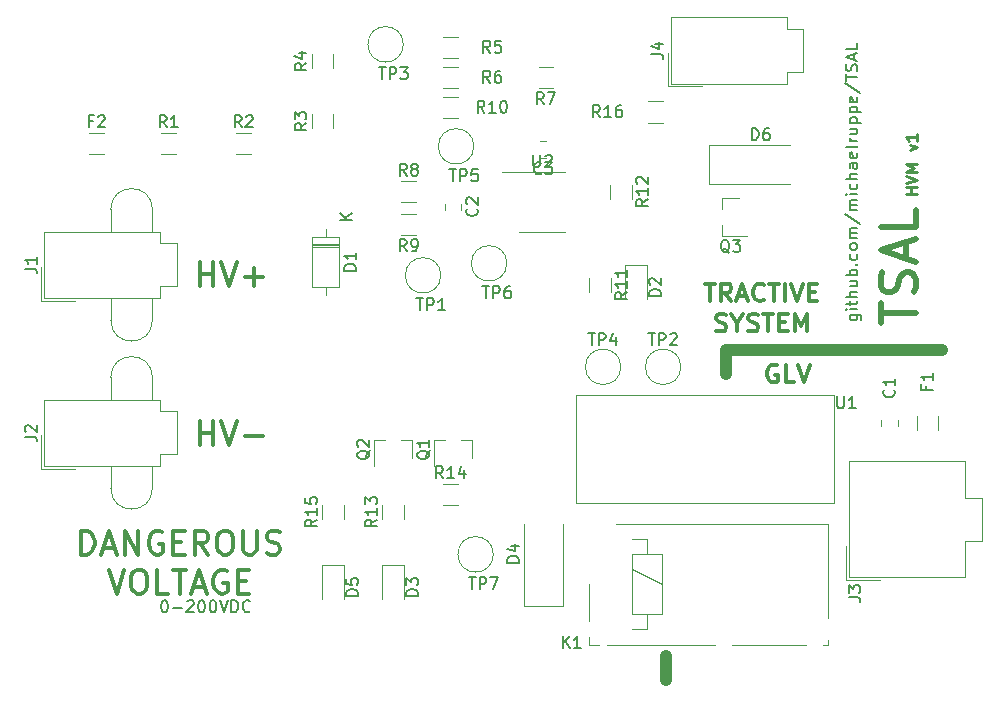
<source format=gto>
G04 #@! TF.GenerationSoftware,KiCad,Pcbnew,(5.1.2)-2*
G04 #@! TF.CreationDate,2019-08-12T14:05:45+10:00*
G04 #@! TF.ProjectId,TSAL-HVM,5453414c-2d48-4564-9d2e-6b696361645f,rev?*
G04 #@! TF.SameCoordinates,Original*
G04 #@! TF.FileFunction,Legend,Top*
G04 #@! TF.FilePolarity,Positive*
%FSLAX46Y46*%
G04 Gerber Fmt 4.6, Leading zero omitted, Abs format (unit mm)*
G04 Created by KiCad (PCBNEW (5.1.2)-2) date 2019-08-12 14:05:45*
%MOMM*%
%LPD*%
G04 APERTURE LIST*
%ADD10C,0.300000*%
%ADD11C,1.000000*%
%ADD12C,0.250000*%
%ADD13C,0.150000*%
%ADD14C,0.500000*%
%ADD15C,0.120000*%
G04 APERTURE END LIST*
D10*
X105160571Y-64705571D02*
X106017714Y-64705571D01*
X105589142Y-66205571D02*
X105589142Y-64705571D01*
X107374857Y-66205571D02*
X106874857Y-65491285D01*
X106517714Y-66205571D02*
X106517714Y-64705571D01*
X107089142Y-64705571D01*
X107232000Y-64777000D01*
X107303428Y-64848428D01*
X107374857Y-64991285D01*
X107374857Y-65205571D01*
X107303428Y-65348428D01*
X107232000Y-65419857D01*
X107089142Y-65491285D01*
X106517714Y-65491285D01*
X107946285Y-65777000D02*
X108660571Y-65777000D01*
X107803428Y-66205571D02*
X108303428Y-64705571D01*
X108803428Y-66205571D01*
X110160571Y-66062714D02*
X110089142Y-66134142D01*
X109874857Y-66205571D01*
X109732000Y-66205571D01*
X109517714Y-66134142D01*
X109374857Y-65991285D01*
X109303428Y-65848428D01*
X109232000Y-65562714D01*
X109232000Y-65348428D01*
X109303428Y-65062714D01*
X109374857Y-64919857D01*
X109517714Y-64777000D01*
X109732000Y-64705571D01*
X109874857Y-64705571D01*
X110089142Y-64777000D01*
X110160571Y-64848428D01*
X110589142Y-64705571D02*
X111446285Y-64705571D01*
X111017714Y-66205571D02*
X111017714Y-64705571D01*
X111946285Y-66205571D02*
X111946285Y-64705571D01*
X112446285Y-64705571D02*
X112946285Y-66205571D01*
X113446285Y-64705571D01*
X113946285Y-65419857D02*
X114446285Y-65419857D01*
X114660571Y-66205571D02*
X113946285Y-66205571D01*
X113946285Y-64705571D01*
X114660571Y-64705571D01*
X106089142Y-68684142D02*
X106303428Y-68755571D01*
X106660571Y-68755571D01*
X106803428Y-68684142D01*
X106874857Y-68612714D01*
X106946285Y-68469857D01*
X106946285Y-68327000D01*
X106874857Y-68184142D01*
X106803428Y-68112714D01*
X106660571Y-68041285D01*
X106374857Y-67969857D01*
X106232000Y-67898428D01*
X106160571Y-67827000D01*
X106089142Y-67684142D01*
X106089142Y-67541285D01*
X106160571Y-67398428D01*
X106232000Y-67327000D01*
X106374857Y-67255571D01*
X106732000Y-67255571D01*
X106946285Y-67327000D01*
X107874857Y-68041285D02*
X107874857Y-68755571D01*
X107374857Y-67255571D02*
X107874857Y-68041285D01*
X108374857Y-67255571D01*
X108803428Y-68684142D02*
X109017714Y-68755571D01*
X109374857Y-68755571D01*
X109517714Y-68684142D01*
X109589142Y-68612714D01*
X109660571Y-68469857D01*
X109660571Y-68327000D01*
X109589142Y-68184142D01*
X109517714Y-68112714D01*
X109374857Y-68041285D01*
X109089142Y-67969857D01*
X108946285Y-67898428D01*
X108874857Y-67827000D01*
X108803428Y-67684142D01*
X108803428Y-67541285D01*
X108874857Y-67398428D01*
X108946285Y-67327000D01*
X109089142Y-67255571D01*
X109446285Y-67255571D01*
X109660571Y-67327000D01*
X110089142Y-67255571D02*
X110946285Y-67255571D01*
X110517714Y-68755571D02*
X110517714Y-67255571D01*
X111446285Y-67969857D02*
X111946285Y-67969857D01*
X112160571Y-68755571D02*
X111446285Y-68755571D01*
X111446285Y-67255571D01*
X112160571Y-67255571D01*
X112803428Y-68755571D02*
X112803428Y-67255571D01*
X113303428Y-68327000D01*
X113803428Y-67255571D01*
X113803428Y-68755571D01*
X111283857Y-71640000D02*
X111141000Y-71568571D01*
X110926714Y-71568571D01*
X110712428Y-71640000D01*
X110569571Y-71782857D01*
X110498142Y-71925714D01*
X110426714Y-72211428D01*
X110426714Y-72425714D01*
X110498142Y-72711428D01*
X110569571Y-72854285D01*
X110712428Y-72997142D01*
X110926714Y-73068571D01*
X111069571Y-73068571D01*
X111283857Y-72997142D01*
X111355285Y-72925714D01*
X111355285Y-72425714D01*
X111069571Y-72425714D01*
X112712428Y-73068571D02*
X111998142Y-73068571D01*
X111998142Y-71568571D01*
X112998142Y-71568571D02*
X113498142Y-73068571D01*
X113998142Y-71568571D01*
D11*
X101854000Y-96266000D02*
X101854000Y-98298000D01*
X106934000Y-70358000D02*
X125222000Y-70358000D01*
X106934000Y-72390000D02*
X106934000Y-70358000D01*
D12*
X123134380Y-57133809D02*
X122134380Y-57133809D01*
X122610571Y-57133809D02*
X122610571Y-56562380D01*
X123134380Y-56562380D02*
X122134380Y-56562380D01*
X122134380Y-56229047D02*
X123134380Y-55895714D01*
X122134380Y-55562380D01*
X123134380Y-55229047D02*
X122134380Y-55229047D01*
X122848666Y-54895714D01*
X122134380Y-54562380D01*
X123134380Y-54562380D01*
X122467714Y-53419523D02*
X123134380Y-53181428D01*
X122467714Y-52943333D01*
X123134380Y-52038571D02*
X123134380Y-52610000D01*
X123134380Y-52324285D02*
X122134380Y-52324285D01*
X122277238Y-52419523D01*
X122372476Y-52514761D01*
X122420095Y-52610000D01*
D10*
X52325047Y-87646761D02*
X52325047Y-85646761D01*
X52801238Y-85646761D01*
X53086952Y-85742000D01*
X53277428Y-85932476D01*
X53372666Y-86122952D01*
X53467904Y-86503904D01*
X53467904Y-86789619D01*
X53372666Y-87170571D01*
X53277428Y-87361047D01*
X53086952Y-87551523D01*
X52801238Y-87646761D01*
X52325047Y-87646761D01*
X54229809Y-87075333D02*
X55182190Y-87075333D01*
X54039333Y-87646761D02*
X54706000Y-85646761D01*
X55372666Y-87646761D01*
X56039333Y-87646761D02*
X56039333Y-85646761D01*
X57182190Y-87646761D01*
X57182190Y-85646761D01*
X59182190Y-85742000D02*
X58991714Y-85646761D01*
X58706000Y-85646761D01*
X58420285Y-85742000D01*
X58229809Y-85932476D01*
X58134571Y-86122952D01*
X58039333Y-86503904D01*
X58039333Y-86789619D01*
X58134571Y-87170571D01*
X58229809Y-87361047D01*
X58420285Y-87551523D01*
X58706000Y-87646761D01*
X58896476Y-87646761D01*
X59182190Y-87551523D01*
X59277428Y-87456285D01*
X59277428Y-86789619D01*
X58896476Y-86789619D01*
X60134571Y-86599142D02*
X60801238Y-86599142D01*
X61086952Y-87646761D02*
X60134571Y-87646761D01*
X60134571Y-85646761D01*
X61086952Y-85646761D01*
X63086952Y-87646761D02*
X62420285Y-86694380D01*
X61944095Y-87646761D02*
X61944095Y-85646761D01*
X62706000Y-85646761D01*
X62896476Y-85742000D01*
X62991714Y-85837238D01*
X63086952Y-86027714D01*
X63086952Y-86313428D01*
X62991714Y-86503904D01*
X62896476Y-86599142D01*
X62706000Y-86694380D01*
X61944095Y-86694380D01*
X64325047Y-85646761D02*
X64706000Y-85646761D01*
X64896476Y-85742000D01*
X65086952Y-85932476D01*
X65182190Y-86313428D01*
X65182190Y-86980095D01*
X65086952Y-87361047D01*
X64896476Y-87551523D01*
X64706000Y-87646761D01*
X64325047Y-87646761D01*
X64134571Y-87551523D01*
X63944095Y-87361047D01*
X63848857Y-86980095D01*
X63848857Y-86313428D01*
X63944095Y-85932476D01*
X64134571Y-85742000D01*
X64325047Y-85646761D01*
X66039333Y-85646761D02*
X66039333Y-87265809D01*
X66134571Y-87456285D01*
X66229809Y-87551523D01*
X66420285Y-87646761D01*
X66801238Y-87646761D01*
X66991714Y-87551523D01*
X67086952Y-87456285D01*
X67182190Y-87265809D01*
X67182190Y-85646761D01*
X68039333Y-87551523D02*
X68325047Y-87646761D01*
X68801238Y-87646761D01*
X68991714Y-87551523D01*
X69086952Y-87456285D01*
X69182190Y-87265809D01*
X69182190Y-87075333D01*
X69086952Y-86884857D01*
X68991714Y-86789619D01*
X68801238Y-86694380D01*
X68420285Y-86599142D01*
X68229809Y-86503904D01*
X68134571Y-86408666D01*
X68039333Y-86218190D01*
X68039333Y-86027714D01*
X68134571Y-85837238D01*
X68229809Y-85742000D01*
X68420285Y-85646761D01*
X68896476Y-85646761D01*
X69182190Y-85742000D01*
X54658380Y-88946761D02*
X55325047Y-90946761D01*
X55991714Y-88946761D01*
X57039333Y-88946761D02*
X57420285Y-88946761D01*
X57610761Y-89042000D01*
X57801238Y-89232476D01*
X57896476Y-89613428D01*
X57896476Y-90280095D01*
X57801238Y-90661047D01*
X57610761Y-90851523D01*
X57420285Y-90946761D01*
X57039333Y-90946761D01*
X56848857Y-90851523D01*
X56658380Y-90661047D01*
X56563142Y-90280095D01*
X56563142Y-89613428D01*
X56658380Y-89232476D01*
X56848857Y-89042000D01*
X57039333Y-88946761D01*
X59706000Y-90946761D02*
X58753619Y-90946761D01*
X58753619Y-88946761D01*
X60086952Y-88946761D02*
X61229809Y-88946761D01*
X60658380Y-90946761D02*
X60658380Y-88946761D01*
X61801238Y-90375333D02*
X62753619Y-90375333D01*
X61610761Y-90946761D02*
X62277428Y-88946761D01*
X62944095Y-90946761D01*
X64658380Y-89042000D02*
X64467904Y-88946761D01*
X64182190Y-88946761D01*
X63896476Y-89042000D01*
X63706000Y-89232476D01*
X63610761Y-89422952D01*
X63515523Y-89803904D01*
X63515523Y-90089619D01*
X63610761Y-90470571D01*
X63706000Y-90661047D01*
X63896476Y-90851523D01*
X64182190Y-90946761D01*
X64372666Y-90946761D01*
X64658380Y-90851523D01*
X64753619Y-90756285D01*
X64753619Y-90089619D01*
X64372666Y-90089619D01*
X65610761Y-89899142D02*
X66277428Y-89899142D01*
X66563142Y-90946761D02*
X65610761Y-90946761D01*
X65610761Y-88946761D01*
X66563142Y-88946761D01*
D13*
X117387714Y-67348285D02*
X118197238Y-67348285D01*
X118292476Y-67395904D01*
X118340095Y-67443523D01*
X118387714Y-67538761D01*
X118387714Y-67681619D01*
X118340095Y-67776857D01*
X118006761Y-67348285D02*
X118054380Y-67443523D01*
X118054380Y-67634000D01*
X118006761Y-67729238D01*
X117959142Y-67776857D01*
X117863904Y-67824476D01*
X117578190Y-67824476D01*
X117482952Y-67776857D01*
X117435333Y-67729238D01*
X117387714Y-67634000D01*
X117387714Y-67443523D01*
X117435333Y-67348285D01*
X118054380Y-66872095D02*
X117387714Y-66872095D01*
X117054380Y-66872095D02*
X117102000Y-66919714D01*
X117149619Y-66872095D01*
X117102000Y-66824476D01*
X117054380Y-66872095D01*
X117149619Y-66872095D01*
X117387714Y-66538761D02*
X117387714Y-66157809D01*
X117054380Y-66395904D02*
X117911523Y-66395904D01*
X118006761Y-66348285D01*
X118054380Y-66253047D01*
X118054380Y-66157809D01*
X118054380Y-65824476D02*
X117054380Y-65824476D01*
X118054380Y-65395904D02*
X117530571Y-65395904D01*
X117435333Y-65443523D01*
X117387714Y-65538761D01*
X117387714Y-65681619D01*
X117435333Y-65776857D01*
X117482952Y-65824476D01*
X117387714Y-64491142D02*
X118054380Y-64491142D01*
X117387714Y-64919714D02*
X117911523Y-64919714D01*
X118006761Y-64872095D01*
X118054380Y-64776857D01*
X118054380Y-64634000D01*
X118006761Y-64538761D01*
X117959142Y-64491142D01*
X118054380Y-64014952D02*
X117054380Y-64014952D01*
X117435333Y-64014952D02*
X117387714Y-63919714D01*
X117387714Y-63729238D01*
X117435333Y-63634000D01*
X117482952Y-63586380D01*
X117578190Y-63538761D01*
X117863904Y-63538761D01*
X117959142Y-63586380D01*
X118006761Y-63634000D01*
X118054380Y-63729238D01*
X118054380Y-63919714D01*
X118006761Y-64014952D01*
X117959142Y-63110190D02*
X118006761Y-63062571D01*
X118054380Y-63110190D01*
X118006761Y-63157809D01*
X117959142Y-63110190D01*
X118054380Y-63110190D01*
X118006761Y-62205428D02*
X118054380Y-62300666D01*
X118054380Y-62491142D01*
X118006761Y-62586380D01*
X117959142Y-62634000D01*
X117863904Y-62681619D01*
X117578190Y-62681619D01*
X117482952Y-62634000D01*
X117435333Y-62586380D01*
X117387714Y-62491142D01*
X117387714Y-62300666D01*
X117435333Y-62205428D01*
X118054380Y-61634000D02*
X118006761Y-61729238D01*
X117959142Y-61776857D01*
X117863904Y-61824476D01*
X117578190Y-61824476D01*
X117482952Y-61776857D01*
X117435333Y-61729238D01*
X117387714Y-61634000D01*
X117387714Y-61491142D01*
X117435333Y-61395904D01*
X117482952Y-61348285D01*
X117578190Y-61300666D01*
X117863904Y-61300666D01*
X117959142Y-61348285D01*
X118006761Y-61395904D01*
X118054380Y-61491142D01*
X118054380Y-61634000D01*
X118054380Y-60872095D02*
X117387714Y-60872095D01*
X117482952Y-60872095D02*
X117435333Y-60824476D01*
X117387714Y-60729238D01*
X117387714Y-60586380D01*
X117435333Y-60491142D01*
X117530571Y-60443523D01*
X118054380Y-60443523D01*
X117530571Y-60443523D02*
X117435333Y-60395904D01*
X117387714Y-60300666D01*
X117387714Y-60157809D01*
X117435333Y-60062571D01*
X117530571Y-60014952D01*
X118054380Y-60014952D01*
X117006761Y-58824476D02*
X118292476Y-59681619D01*
X118054380Y-58491142D02*
X117387714Y-58491142D01*
X117482952Y-58491142D02*
X117435333Y-58443523D01*
X117387714Y-58348285D01*
X117387714Y-58205428D01*
X117435333Y-58110190D01*
X117530571Y-58062571D01*
X118054380Y-58062571D01*
X117530571Y-58062571D02*
X117435333Y-58014952D01*
X117387714Y-57919714D01*
X117387714Y-57776857D01*
X117435333Y-57681619D01*
X117530571Y-57634000D01*
X118054380Y-57634000D01*
X118054380Y-57157809D02*
X117387714Y-57157809D01*
X117054380Y-57157809D02*
X117102000Y-57205428D01*
X117149619Y-57157809D01*
X117102000Y-57110190D01*
X117054380Y-57157809D01*
X117149619Y-57157809D01*
X118006761Y-56253047D02*
X118054380Y-56348285D01*
X118054380Y-56538761D01*
X118006761Y-56634000D01*
X117959142Y-56681619D01*
X117863904Y-56729238D01*
X117578190Y-56729238D01*
X117482952Y-56681619D01*
X117435333Y-56634000D01*
X117387714Y-56538761D01*
X117387714Y-56348285D01*
X117435333Y-56253047D01*
X118054380Y-55824476D02*
X117054380Y-55824476D01*
X118054380Y-55395904D02*
X117530571Y-55395904D01*
X117435333Y-55443523D01*
X117387714Y-55538761D01*
X117387714Y-55681619D01*
X117435333Y-55776857D01*
X117482952Y-55824476D01*
X118054380Y-54491142D02*
X117530571Y-54491142D01*
X117435333Y-54538761D01*
X117387714Y-54634000D01*
X117387714Y-54824476D01*
X117435333Y-54919714D01*
X118006761Y-54491142D02*
X118054380Y-54586380D01*
X118054380Y-54824476D01*
X118006761Y-54919714D01*
X117911523Y-54967333D01*
X117816285Y-54967333D01*
X117721047Y-54919714D01*
X117673428Y-54824476D01*
X117673428Y-54586380D01*
X117625809Y-54491142D01*
X118006761Y-53634000D02*
X118054380Y-53729238D01*
X118054380Y-53919714D01*
X118006761Y-54014952D01*
X117911523Y-54062571D01*
X117530571Y-54062571D01*
X117435333Y-54014952D01*
X117387714Y-53919714D01*
X117387714Y-53729238D01*
X117435333Y-53634000D01*
X117530571Y-53586380D01*
X117625809Y-53586380D01*
X117721047Y-54062571D01*
X118054380Y-53014952D02*
X118006761Y-53110190D01*
X117911523Y-53157809D01*
X117054380Y-53157809D01*
X118054380Y-52634000D02*
X117387714Y-52634000D01*
X117578190Y-52634000D02*
X117482952Y-52586380D01*
X117435333Y-52538761D01*
X117387714Y-52443523D01*
X117387714Y-52348285D01*
X117387714Y-51586380D02*
X118054380Y-51586380D01*
X117387714Y-52014952D02*
X117911523Y-52014952D01*
X118006761Y-51967333D01*
X118054380Y-51872095D01*
X118054380Y-51729238D01*
X118006761Y-51634000D01*
X117959142Y-51586380D01*
X117387714Y-51110190D02*
X118387714Y-51110190D01*
X117435333Y-51110190D02*
X117387714Y-51014952D01*
X117387714Y-50824476D01*
X117435333Y-50729238D01*
X117482952Y-50681619D01*
X117578190Y-50634000D01*
X117863904Y-50634000D01*
X117959142Y-50681619D01*
X118006761Y-50729238D01*
X118054380Y-50824476D01*
X118054380Y-51014952D01*
X118006761Y-51110190D01*
X117387714Y-50205428D02*
X118387714Y-50205428D01*
X117435333Y-50205428D02*
X117387714Y-50110190D01*
X117387714Y-49919714D01*
X117435333Y-49824476D01*
X117482952Y-49776857D01*
X117578190Y-49729238D01*
X117863904Y-49729238D01*
X117959142Y-49776857D01*
X118006761Y-49824476D01*
X118054380Y-49919714D01*
X118054380Y-50110190D01*
X118006761Y-50205428D01*
X118006761Y-48919714D02*
X118054380Y-49014952D01*
X118054380Y-49205428D01*
X118006761Y-49300666D01*
X117911523Y-49348285D01*
X117530571Y-49348285D01*
X117435333Y-49300666D01*
X117387714Y-49205428D01*
X117387714Y-49014952D01*
X117435333Y-48919714D01*
X117530571Y-48872095D01*
X117625809Y-48872095D01*
X117721047Y-49348285D01*
X117006761Y-47729238D02*
X118292476Y-48586380D01*
X117054380Y-47538761D02*
X117054380Y-46967333D01*
X118054380Y-47253047D02*
X117054380Y-47253047D01*
X118006761Y-46681619D02*
X118054380Y-46538761D01*
X118054380Y-46300666D01*
X118006761Y-46205428D01*
X117959142Y-46157809D01*
X117863904Y-46110190D01*
X117768666Y-46110190D01*
X117673428Y-46157809D01*
X117625809Y-46205428D01*
X117578190Y-46300666D01*
X117530571Y-46491142D01*
X117482952Y-46586380D01*
X117435333Y-46634000D01*
X117340095Y-46681619D01*
X117244857Y-46681619D01*
X117149619Y-46634000D01*
X117102000Y-46586380D01*
X117054380Y-46491142D01*
X117054380Y-46253047D01*
X117102000Y-46110190D01*
X117768666Y-45729238D02*
X117768666Y-45253047D01*
X118054380Y-45824476D02*
X117054380Y-45491142D01*
X118054380Y-45157809D01*
X118054380Y-44348285D02*
X118054380Y-44824476D01*
X117054380Y-44824476D01*
D14*
X120023142Y-68031714D02*
X120023142Y-66317428D01*
X123023142Y-67174571D02*
X120023142Y-67174571D01*
X122880285Y-65460285D02*
X123023142Y-65031714D01*
X123023142Y-64317428D01*
X122880285Y-64031714D01*
X122737428Y-63888857D01*
X122451714Y-63746000D01*
X122166000Y-63746000D01*
X121880285Y-63888857D01*
X121737428Y-64031714D01*
X121594571Y-64317428D01*
X121451714Y-64888857D01*
X121308857Y-65174571D01*
X121166000Y-65317428D01*
X120880285Y-65460285D01*
X120594571Y-65460285D01*
X120308857Y-65317428D01*
X120166000Y-65174571D01*
X120023142Y-64888857D01*
X120023142Y-64174571D01*
X120166000Y-63746000D01*
X122166000Y-62603142D02*
X122166000Y-61174571D01*
X123023142Y-62888857D02*
X120023142Y-61888857D01*
X123023142Y-60888857D01*
X123023142Y-58460285D02*
X123023142Y-59888857D01*
X120023142Y-59888857D01*
D13*
X59341190Y-91527380D02*
X59436428Y-91527380D01*
X59531666Y-91575000D01*
X59579285Y-91622619D01*
X59626904Y-91717857D01*
X59674523Y-91908333D01*
X59674523Y-92146428D01*
X59626904Y-92336904D01*
X59579285Y-92432142D01*
X59531666Y-92479761D01*
X59436428Y-92527380D01*
X59341190Y-92527380D01*
X59245952Y-92479761D01*
X59198333Y-92432142D01*
X59150714Y-92336904D01*
X59103095Y-92146428D01*
X59103095Y-91908333D01*
X59150714Y-91717857D01*
X59198333Y-91622619D01*
X59245952Y-91575000D01*
X59341190Y-91527380D01*
X60103095Y-92146428D02*
X60865000Y-92146428D01*
X61293571Y-91622619D02*
X61341190Y-91575000D01*
X61436428Y-91527380D01*
X61674523Y-91527380D01*
X61769761Y-91575000D01*
X61817380Y-91622619D01*
X61865000Y-91717857D01*
X61865000Y-91813095D01*
X61817380Y-91955952D01*
X61245952Y-92527380D01*
X61865000Y-92527380D01*
X62484047Y-91527380D02*
X62579285Y-91527380D01*
X62674523Y-91575000D01*
X62722142Y-91622619D01*
X62769761Y-91717857D01*
X62817380Y-91908333D01*
X62817380Y-92146428D01*
X62769761Y-92336904D01*
X62722142Y-92432142D01*
X62674523Y-92479761D01*
X62579285Y-92527380D01*
X62484047Y-92527380D01*
X62388809Y-92479761D01*
X62341190Y-92432142D01*
X62293571Y-92336904D01*
X62245952Y-92146428D01*
X62245952Y-91908333D01*
X62293571Y-91717857D01*
X62341190Y-91622619D01*
X62388809Y-91575000D01*
X62484047Y-91527380D01*
X63436428Y-91527380D02*
X63531666Y-91527380D01*
X63626904Y-91575000D01*
X63674523Y-91622619D01*
X63722142Y-91717857D01*
X63769761Y-91908333D01*
X63769761Y-92146428D01*
X63722142Y-92336904D01*
X63674523Y-92432142D01*
X63626904Y-92479761D01*
X63531666Y-92527380D01*
X63436428Y-92527380D01*
X63341190Y-92479761D01*
X63293571Y-92432142D01*
X63245952Y-92336904D01*
X63198333Y-92146428D01*
X63198333Y-91908333D01*
X63245952Y-91717857D01*
X63293571Y-91622619D01*
X63341190Y-91575000D01*
X63436428Y-91527380D01*
X64055476Y-91527380D02*
X64388809Y-92527380D01*
X64722142Y-91527380D01*
X65055476Y-92527380D02*
X65055476Y-91527380D01*
X65293571Y-91527380D01*
X65436428Y-91575000D01*
X65531666Y-91670238D01*
X65579285Y-91765476D01*
X65626904Y-91955952D01*
X65626904Y-92098809D01*
X65579285Y-92289285D01*
X65531666Y-92384523D01*
X65436428Y-92479761D01*
X65293571Y-92527380D01*
X65055476Y-92527380D01*
X66626904Y-92432142D02*
X66579285Y-92479761D01*
X66436428Y-92527380D01*
X66341190Y-92527380D01*
X66198333Y-92479761D01*
X66103095Y-92384523D01*
X66055476Y-92289285D01*
X66007857Y-92098809D01*
X66007857Y-91955952D01*
X66055476Y-91765476D01*
X66103095Y-91670238D01*
X66198333Y-91575000D01*
X66341190Y-91527380D01*
X66436428Y-91527380D01*
X66579285Y-91575000D01*
X66626904Y-91622619D01*
D10*
X62357333Y-64912761D02*
X62357333Y-62912761D01*
X62357333Y-63865142D02*
X63500190Y-63865142D01*
X63500190Y-64912761D02*
X63500190Y-62912761D01*
X64166857Y-62912761D02*
X64833523Y-64912761D01*
X65500190Y-62912761D01*
X66166857Y-64150857D02*
X67690666Y-64150857D01*
X66928761Y-64912761D02*
X66928761Y-63388952D01*
X62357333Y-78374761D02*
X62357333Y-76374761D01*
X62357333Y-77327142D02*
X63500190Y-77327142D01*
X63500190Y-78374761D02*
X63500190Y-76374761D01*
X64166857Y-76374761D02*
X64833523Y-78374761D01*
X65500190Y-76374761D01*
X66166857Y-77612857D02*
X67690666Y-77612857D01*
D15*
X48962000Y-80393000D02*
X51812000Y-80393000D01*
X48962000Y-77543000D02*
X48962000Y-80393000D01*
X60422000Y-75533000D02*
X60422000Y-77343000D01*
X59022000Y-75533000D02*
X60422000Y-75533000D01*
X59022000Y-74533000D02*
X59022000Y-75533000D01*
X49202000Y-74533000D02*
X59022000Y-74533000D01*
X49202000Y-77343000D02*
X49202000Y-74533000D01*
X60422000Y-79153000D02*
X60422000Y-77343000D01*
X59022000Y-79153000D02*
X60422000Y-79153000D01*
X59022000Y-80153000D02*
X59022000Y-79153000D01*
X49202000Y-80153000D02*
X59022000Y-80153000D01*
X49202000Y-77343000D02*
X49202000Y-80153000D01*
X58362000Y-72643000D02*
X58362000Y-74533000D01*
X54842000Y-72643000D02*
X54842000Y-74533000D01*
X58362000Y-82043000D02*
X58362000Y-80153000D01*
X54842000Y-82043000D02*
X54842000Y-80153000D01*
X58362000Y-72643000D02*
G75*
G03X54842000Y-72643000I-1760000J0D01*
G01*
X54842000Y-82043000D02*
G75*
G03X58362000Y-82043000I1760000J0D01*
G01*
X48962000Y-66169000D02*
X51812000Y-66169000D01*
X48962000Y-63319000D02*
X48962000Y-66169000D01*
X60422000Y-61309000D02*
X60422000Y-63119000D01*
X59022000Y-61309000D02*
X60422000Y-61309000D01*
X59022000Y-60309000D02*
X59022000Y-61309000D01*
X49202000Y-60309000D02*
X59022000Y-60309000D01*
X49202000Y-63119000D02*
X49202000Y-60309000D01*
X60422000Y-64929000D02*
X60422000Y-63119000D01*
X59022000Y-64929000D02*
X60422000Y-64929000D01*
X59022000Y-65929000D02*
X59022000Y-64929000D01*
X49202000Y-65929000D02*
X59022000Y-65929000D01*
X49202000Y-63119000D02*
X49202000Y-65929000D01*
X58362000Y-58419000D02*
X58362000Y-60309000D01*
X54842000Y-58419000D02*
X54842000Y-60309000D01*
X58362000Y-67819000D02*
X58362000Y-65929000D01*
X54842000Y-67819000D02*
X54842000Y-65929000D01*
X58362000Y-58419000D02*
G75*
G03X54842000Y-58419000I-1760000J0D01*
G01*
X54842000Y-67819000D02*
G75*
G03X58362000Y-67819000I1760000J0D01*
G01*
X102009000Y-48008000D02*
X104859000Y-48008000D01*
X102009000Y-45158000D02*
X102009000Y-48008000D01*
X113469000Y-43148000D02*
X113469000Y-44958000D01*
X112069000Y-43148000D02*
X113469000Y-43148000D01*
X112069000Y-42148000D02*
X112069000Y-43148000D01*
X102249000Y-42148000D02*
X112069000Y-42148000D01*
X102249000Y-44958000D02*
X102249000Y-42148000D01*
X113469000Y-46768000D02*
X113469000Y-44958000D01*
X112069000Y-46768000D02*
X113469000Y-46768000D01*
X112069000Y-47768000D02*
X112069000Y-46768000D01*
X102249000Y-47768000D02*
X112069000Y-47768000D01*
X102249000Y-44958000D02*
X102249000Y-47768000D01*
X117122000Y-89800000D02*
X119972000Y-89800000D01*
X117122000Y-86950000D02*
X117122000Y-89800000D01*
X128582000Y-82840000D02*
X128582000Y-84650000D01*
X127182000Y-82840000D02*
X128582000Y-82840000D01*
X127182000Y-79740000D02*
X127182000Y-82840000D01*
X117362000Y-79740000D02*
X127182000Y-79740000D01*
X117362000Y-84650000D02*
X117362000Y-79740000D01*
X128582000Y-86460000D02*
X128582000Y-84650000D01*
X127182000Y-86460000D02*
X128582000Y-86460000D01*
X127182000Y-89560000D02*
X127182000Y-86460000D01*
X117362000Y-89560000D02*
X127182000Y-89560000D01*
X117362000Y-84650000D02*
X117362000Y-89560000D01*
X100362936Y-51075000D02*
X101567064Y-51075000D01*
X100362936Y-49255000D02*
X101567064Y-49255000D01*
X106555000Y-57475000D02*
X108015000Y-57475000D01*
X106555000Y-60635000D02*
X108715000Y-60635000D01*
X106555000Y-60635000D02*
X106555000Y-59705000D01*
X106555000Y-57475000D02*
X106555000Y-58405000D01*
X105455000Y-52960000D02*
X112355000Y-52960000D01*
X105455000Y-56260000D02*
X112355000Y-56260000D01*
X105455000Y-52960000D02*
X105455000Y-56260000D01*
X91701252Y-52630000D02*
X91178748Y-52630000D01*
X91701252Y-54050000D02*
X91178748Y-54050000D01*
X83110000Y-57941248D02*
X83110000Y-58463752D01*
X84530000Y-57941248D02*
X84530000Y-58463752D01*
X120085000Y-76276248D02*
X120085000Y-76798752D01*
X121505000Y-76276248D02*
X121505000Y-76798752D01*
X80320000Y-77980000D02*
X80320000Y-79440000D01*
X77160000Y-77980000D02*
X77160000Y-80140000D01*
X77160000Y-77980000D02*
X78090000Y-77980000D01*
X80320000Y-77980000D02*
X79390000Y-77980000D01*
X89790000Y-91990000D02*
X89790000Y-85090000D01*
X93090000Y-91990000D02*
X93090000Y-85090000D01*
X89790000Y-91990000D02*
X93090000Y-91990000D01*
X116078000Y-74168000D02*
X116078000Y-83312000D01*
X94234000Y-74168000D02*
X116078000Y-74168000D01*
X94234000Y-83312000D02*
X94234000Y-74168000D01*
X116078000Y-83312000D02*
X94234000Y-83312000D01*
X85574000Y-53086000D02*
G75*
G03X85574000Y-53086000I-1500000J0D01*
G01*
X53028436Y-51922000D02*
X54232564Y-51922000D01*
X53028436Y-53742000D02*
X54232564Y-53742000D01*
X74145000Y-60745000D02*
X71905000Y-60745000D01*
X71905000Y-60745000D02*
X71905000Y-64985000D01*
X71905000Y-64985000D02*
X74145000Y-64985000D01*
X74145000Y-64985000D02*
X74145000Y-60745000D01*
X73025000Y-60095000D02*
X73025000Y-60745000D01*
X73025000Y-65635000D02*
X73025000Y-64985000D01*
X74145000Y-61465000D02*
X71905000Y-61465000D01*
X74145000Y-61585000D02*
X71905000Y-61585000D01*
X74145000Y-61345000D02*
X71905000Y-61345000D01*
X79700000Y-91415000D02*
X79700000Y-88555000D01*
X79700000Y-88555000D02*
X77780000Y-88555000D01*
X77780000Y-88555000D02*
X77780000Y-91415000D01*
X100274000Y-66015000D02*
X100274000Y-63155000D01*
X100274000Y-63155000D02*
X98354000Y-63155000D01*
X98354000Y-63155000D02*
X98354000Y-66015000D01*
X72700000Y-88555000D02*
X72700000Y-91415000D01*
X74620000Y-88555000D02*
X72700000Y-88555000D01*
X74620000Y-91415000D02*
X74620000Y-88555000D01*
X123060000Y-77139564D02*
X123060000Y-75935436D01*
X124880000Y-77139564D02*
X124880000Y-75935436D01*
X115590000Y-95280000D02*
X115150000Y-95280000D01*
X100230000Y-87630000D02*
X101500000Y-87630000D01*
X98960000Y-88900000D02*
X101500000Y-90170000D01*
X98960000Y-86360000D02*
X100230000Y-86360000D01*
X100230000Y-93960000D02*
X98960000Y-93960000D01*
X98960000Y-92710000D02*
X98960000Y-87630000D01*
X98960000Y-87630000D02*
X100230000Y-87630000D01*
X100230000Y-92710000D02*
X100230000Y-93960000D01*
X101500000Y-87630000D02*
X101500000Y-92710000D01*
X100230000Y-86360000D02*
X100230000Y-87630000D01*
X101500000Y-92710000D02*
X98960000Y-92710000D01*
X115590000Y-95280000D02*
X115590000Y-94910000D01*
X113680000Y-95280000D02*
X107450000Y-95280000D01*
X105980000Y-95280000D02*
X96849995Y-95280000D01*
X96190000Y-95280000D02*
X95350000Y-95280000D01*
X95350000Y-94650000D02*
X95350000Y-95280000D01*
X95350000Y-90160000D02*
X95350000Y-93260000D01*
X115590000Y-85040000D02*
X97629998Y-85040000D01*
X115590000Y-85040000D02*
X115590000Y-93000000D01*
X85400000Y-77980000D02*
X85400000Y-79440000D01*
X82240000Y-77980000D02*
X82240000Y-80140000D01*
X82240000Y-77980000D02*
X83170000Y-77980000D01*
X85400000Y-77980000D02*
X84470000Y-77980000D01*
X83000436Y-45614000D02*
X84204564Y-45614000D01*
X83000436Y-43794000D02*
X84204564Y-43794000D01*
X84204564Y-48154000D02*
X83000436Y-48154000D01*
X84204564Y-46334000D02*
X83000436Y-46334000D01*
X83000436Y-50694000D02*
X84204564Y-50694000D01*
X83000436Y-48874000D02*
X84204564Y-48874000D01*
X59124436Y-53742000D02*
X60328564Y-53742000D01*
X59124436Y-51922000D02*
X60328564Y-51922000D01*
X65474436Y-53742000D02*
X66678564Y-53742000D01*
X65474436Y-51922000D02*
X66678564Y-51922000D01*
X71861000Y-51565564D02*
X71861000Y-50361436D01*
X73681000Y-51565564D02*
X73681000Y-50361436D01*
X73681000Y-46485564D02*
X73681000Y-45281436D01*
X71861000Y-46485564D02*
X71861000Y-45281436D01*
X80648564Y-55986000D02*
X79444436Y-55986000D01*
X80648564Y-57806000D02*
X79444436Y-57806000D01*
X80648564Y-60600000D02*
X79444436Y-60600000D01*
X80648564Y-58780000D02*
X79444436Y-58780000D01*
X98954000Y-56330436D02*
X98954000Y-57534564D01*
X97134000Y-56330436D02*
X97134000Y-57534564D01*
X79650000Y-84639564D02*
X79650000Y-83435436D01*
X77830000Y-84639564D02*
X77830000Y-83435436D01*
X92259564Y-46334000D02*
X91055436Y-46334000D01*
X92259564Y-48154000D02*
X91055436Y-48154000D01*
X95356000Y-64204436D02*
X95356000Y-65408564D01*
X97176000Y-64204436D02*
X97176000Y-65408564D01*
X83000436Y-81640000D02*
X84204564Y-81640000D01*
X83000436Y-83460000D02*
X84204564Y-83460000D01*
X72750000Y-84639564D02*
X72750000Y-83435436D01*
X74570000Y-84639564D02*
X74570000Y-83435436D01*
X82780000Y-64008000D02*
G75*
G03X82780000Y-64008000I-1500000J0D01*
G01*
X103100000Y-71755000D02*
G75*
G03X103100000Y-71755000I-1500000J0D01*
G01*
X79605000Y-44450000D02*
G75*
G03X79605000Y-44450000I-1500000J0D01*
G01*
X98020000Y-71755000D02*
G75*
G03X98020000Y-71755000I-1500000J0D01*
G01*
X88368000Y-62992000D02*
G75*
G03X88368000Y-62992000I-1500000J0D01*
G01*
X87225000Y-87630000D02*
G75*
G03X87225000Y-87630000I-1500000J0D01*
G01*
X91375000Y-60345000D02*
X93325000Y-60345000D01*
X91375000Y-60345000D02*
X89425000Y-60345000D01*
X91375000Y-55225000D02*
X93325000Y-55225000D01*
X91375000Y-55225000D02*
X87925000Y-55225000D01*
D13*
X47564380Y-77676333D02*
X48278666Y-77676333D01*
X48421523Y-77723952D01*
X48516761Y-77819190D01*
X48564380Y-77962047D01*
X48564380Y-78057285D01*
X47659619Y-77247761D02*
X47612000Y-77200142D01*
X47564380Y-77104904D01*
X47564380Y-76866809D01*
X47612000Y-76771571D01*
X47659619Y-76723952D01*
X47754857Y-76676333D01*
X47850095Y-76676333D01*
X47992952Y-76723952D01*
X48564380Y-77295380D01*
X48564380Y-76676333D01*
X47564380Y-63452333D02*
X48278666Y-63452333D01*
X48421523Y-63499952D01*
X48516761Y-63595190D01*
X48564380Y-63738047D01*
X48564380Y-63833285D01*
X48564380Y-62452333D02*
X48564380Y-63023761D01*
X48564380Y-62738047D02*
X47564380Y-62738047D01*
X47707238Y-62833285D01*
X47802476Y-62928523D01*
X47850095Y-63023761D01*
X100611380Y-45291333D02*
X101325666Y-45291333D01*
X101468523Y-45338952D01*
X101563761Y-45434190D01*
X101611380Y-45577047D01*
X101611380Y-45672285D01*
X100944714Y-44386571D02*
X101611380Y-44386571D01*
X100563761Y-44624666D02*
X101278047Y-44862761D01*
X101278047Y-44243714D01*
X117308380Y-91265333D02*
X118022666Y-91265333D01*
X118165523Y-91312952D01*
X118260761Y-91408190D01*
X118308380Y-91551047D01*
X118308380Y-91646285D01*
X117308380Y-90884380D02*
X117308380Y-90265333D01*
X117689333Y-90598666D01*
X117689333Y-90455809D01*
X117736952Y-90360571D01*
X117784571Y-90312952D01*
X117879809Y-90265333D01*
X118117904Y-90265333D01*
X118213142Y-90312952D01*
X118260761Y-90360571D01*
X118308380Y-90455809D01*
X118308380Y-90741523D01*
X118260761Y-90836761D01*
X118213142Y-90884380D01*
X96258142Y-50617380D02*
X95924809Y-50141190D01*
X95686714Y-50617380D02*
X95686714Y-49617380D01*
X96067666Y-49617380D01*
X96162904Y-49665000D01*
X96210523Y-49712619D01*
X96258142Y-49807857D01*
X96258142Y-49950714D01*
X96210523Y-50045952D01*
X96162904Y-50093571D01*
X96067666Y-50141190D01*
X95686714Y-50141190D01*
X97210523Y-50617380D02*
X96639095Y-50617380D01*
X96924809Y-50617380D02*
X96924809Y-49617380D01*
X96829571Y-49760238D01*
X96734333Y-49855476D01*
X96639095Y-49903095D01*
X98067666Y-49617380D02*
X97877190Y-49617380D01*
X97781952Y-49665000D01*
X97734333Y-49712619D01*
X97639095Y-49855476D01*
X97591476Y-50045952D01*
X97591476Y-50426904D01*
X97639095Y-50522142D01*
X97686714Y-50569761D01*
X97781952Y-50617380D01*
X97972428Y-50617380D01*
X98067666Y-50569761D01*
X98115285Y-50522142D01*
X98162904Y-50426904D01*
X98162904Y-50188809D01*
X98115285Y-50093571D01*
X98067666Y-50045952D01*
X97972428Y-49998333D01*
X97781952Y-49998333D01*
X97686714Y-50045952D01*
X97639095Y-50093571D01*
X97591476Y-50188809D01*
X107219761Y-62102619D02*
X107124523Y-62055000D01*
X107029285Y-61959761D01*
X106886428Y-61816904D01*
X106791190Y-61769285D01*
X106695952Y-61769285D01*
X106743571Y-62007380D02*
X106648333Y-61959761D01*
X106553095Y-61864523D01*
X106505476Y-61674047D01*
X106505476Y-61340714D01*
X106553095Y-61150238D01*
X106648333Y-61055000D01*
X106743571Y-61007380D01*
X106934047Y-61007380D01*
X107029285Y-61055000D01*
X107124523Y-61150238D01*
X107172142Y-61340714D01*
X107172142Y-61674047D01*
X107124523Y-61864523D01*
X107029285Y-61959761D01*
X106934047Y-62007380D01*
X106743571Y-62007380D01*
X107505476Y-61007380D02*
X108124523Y-61007380D01*
X107791190Y-61388333D01*
X107934047Y-61388333D01*
X108029285Y-61435952D01*
X108076904Y-61483571D01*
X108124523Y-61578809D01*
X108124523Y-61816904D01*
X108076904Y-61912142D01*
X108029285Y-61959761D01*
X107934047Y-62007380D01*
X107648333Y-62007380D01*
X107553095Y-61959761D01*
X107505476Y-61912142D01*
X109116904Y-52562380D02*
X109116904Y-51562380D01*
X109355000Y-51562380D01*
X109497857Y-51610000D01*
X109593095Y-51705238D01*
X109640714Y-51800476D01*
X109688333Y-51990952D01*
X109688333Y-52133809D01*
X109640714Y-52324285D01*
X109593095Y-52419523D01*
X109497857Y-52514761D01*
X109355000Y-52562380D01*
X109116904Y-52562380D01*
X110545476Y-51562380D02*
X110355000Y-51562380D01*
X110259761Y-51610000D01*
X110212142Y-51657619D01*
X110116904Y-51800476D01*
X110069285Y-51990952D01*
X110069285Y-52371904D01*
X110116904Y-52467142D01*
X110164523Y-52514761D01*
X110259761Y-52562380D01*
X110450238Y-52562380D01*
X110545476Y-52514761D01*
X110593095Y-52467142D01*
X110640714Y-52371904D01*
X110640714Y-52133809D01*
X110593095Y-52038571D01*
X110545476Y-51990952D01*
X110450238Y-51943333D01*
X110259761Y-51943333D01*
X110164523Y-51990952D01*
X110116904Y-52038571D01*
X110069285Y-52133809D01*
X91273333Y-55347142D02*
X91225714Y-55394761D01*
X91082857Y-55442380D01*
X90987619Y-55442380D01*
X90844761Y-55394761D01*
X90749523Y-55299523D01*
X90701904Y-55204285D01*
X90654285Y-55013809D01*
X90654285Y-54870952D01*
X90701904Y-54680476D01*
X90749523Y-54585238D01*
X90844761Y-54490000D01*
X90987619Y-54442380D01*
X91082857Y-54442380D01*
X91225714Y-54490000D01*
X91273333Y-54537619D01*
X91606666Y-54442380D02*
X92225714Y-54442380D01*
X91892380Y-54823333D01*
X92035238Y-54823333D01*
X92130476Y-54870952D01*
X92178095Y-54918571D01*
X92225714Y-55013809D01*
X92225714Y-55251904D01*
X92178095Y-55347142D01*
X92130476Y-55394761D01*
X92035238Y-55442380D01*
X91749523Y-55442380D01*
X91654285Y-55394761D01*
X91606666Y-55347142D01*
X85827142Y-58369166D02*
X85874761Y-58416785D01*
X85922380Y-58559642D01*
X85922380Y-58654880D01*
X85874761Y-58797738D01*
X85779523Y-58892976D01*
X85684285Y-58940595D01*
X85493809Y-58988214D01*
X85350952Y-58988214D01*
X85160476Y-58940595D01*
X85065238Y-58892976D01*
X84970000Y-58797738D01*
X84922380Y-58654880D01*
X84922380Y-58559642D01*
X84970000Y-58416785D01*
X85017619Y-58369166D01*
X85017619Y-57988214D02*
X84970000Y-57940595D01*
X84922380Y-57845357D01*
X84922380Y-57607261D01*
X84970000Y-57512023D01*
X85017619Y-57464404D01*
X85112857Y-57416785D01*
X85208095Y-57416785D01*
X85350952Y-57464404D01*
X85922380Y-58035833D01*
X85922380Y-57416785D01*
X121134142Y-73699666D02*
X121181761Y-73747285D01*
X121229380Y-73890142D01*
X121229380Y-73985380D01*
X121181761Y-74128238D01*
X121086523Y-74223476D01*
X120991285Y-74271095D01*
X120800809Y-74318714D01*
X120657952Y-74318714D01*
X120467476Y-74271095D01*
X120372238Y-74223476D01*
X120277000Y-74128238D01*
X120229380Y-73985380D01*
X120229380Y-73890142D01*
X120277000Y-73747285D01*
X120324619Y-73699666D01*
X121229380Y-72747285D02*
X121229380Y-73318714D01*
X121229380Y-73033000D02*
X120229380Y-73033000D01*
X120372238Y-73128238D01*
X120467476Y-73223476D01*
X120515095Y-73318714D01*
X76787619Y-78835238D02*
X76740000Y-78930476D01*
X76644761Y-79025714D01*
X76501904Y-79168571D01*
X76454285Y-79263809D01*
X76454285Y-79359047D01*
X76692380Y-79311428D02*
X76644761Y-79406666D01*
X76549523Y-79501904D01*
X76359047Y-79549523D01*
X76025714Y-79549523D01*
X75835238Y-79501904D01*
X75740000Y-79406666D01*
X75692380Y-79311428D01*
X75692380Y-79120952D01*
X75740000Y-79025714D01*
X75835238Y-78930476D01*
X76025714Y-78882857D01*
X76359047Y-78882857D01*
X76549523Y-78930476D01*
X76644761Y-79025714D01*
X76692380Y-79120952D01*
X76692380Y-79311428D01*
X75787619Y-78501904D02*
X75740000Y-78454285D01*
X75692380Y-78359047D01*
X75692380Y-78120952D01*
X75740000Y-78025714D01*
X75787619Y-77978095D01*
X75882857Y-77930476D01*
X75978095Y-77930476D01*
X76120952Y-77978095D01*
X76692380Y-78549523D01*
X76692380Y-77930476D01*
X89392380Y-88328095D02*
X88392380Y-88328095D01*
X88392380Y-88090000D01*
X88440000Y-87947142D01*
X88535238Y-87851904D01*
X88630476Y-87804285D01*
X88820952Y-87756666D01*
X88963809Y-87756666D01*
X89154285Y-87804285D01*
X89249523Y-87851904D01*
X89344761Y-87947142D01*
X89392380Y-88090000D01*
X89392380Y-88328095D01*
X88725714Y-86899523D02*
X89392380Y-86899523D01*
X88344761Y-87137619D02*
X89059047Y-87375714D01*
X89059047Y-86756666D01*
X116332095Y-74255380D02*
X116332095Y-75064904D01*
X116379714Y-75160142D01*
X116427333Y-75207761D01*
X116522571Y-75255380D01*
X116713047Y-75255380D01*
X116808285Y-75207761D01*
X116855904Y-75160142D01*
X116903523Y-75064904D01*
X116903523Y-74255380D01*
X117903523Y-75255380D02*
X117332095Y-75255380D01*
X117617809Y-75255380D02*
X117617809Y-74255380D01*
X117522571Y-74398238D01*
X117427333Y-74493476D01*
X117332095Y-74541095D01*
X83512095Y-55038380D02*
X84083523Y-55038380D01*
X83797809Y-56038380D02*
X83797809Y-55038380D01*
X84416857Y-56038380D02*
X84416857Y-55038380D01*
X84797809Y-55038380D01*
X84893047Y-55086000D01*
X84940666Y-55133619D01*
X84988285Y-55228857D01*
X84988285Y-55371714D01*
X84940666Y-55466952D01*
X84893047Y-55514571D01*
X84797809Y-55562190D01*
X84416857Y-55562190D01*
X85893047Y-55038380D02*
X85416857Y-55038380D01*
X85369238Y-55514571D01*
X85416857Y-55466952D01*
X85512095Y-55419333D01*
X85750190Y-55419333D01*
X85845428Y-55466952D01*
X85893047Y-55514571D01*
X85940666Y-55609809D01*
X85940666Y-55847904D01*
X85893047Y-55943142D01*
X85845428Y-55990761D01*
X85750190Y-56038380D01*
X85512095Y-56038380D01*
X85416857Y-55990761D01*
X85369238Y-55943142D01*
X53297166Y-50940571D02*
X52963833Y-50940571D01*
X52963833Y-51464380D02*
X52963833Y-50464380D01*
X53440023Y-50464380D01*
X53773357Y-50559619D02*
X53820976Y-50512000D01*
X53916214Y-50464380D01*
X54154309Y-50464380D01*
X54249547Y-50512000D01*
X54297166Y-50559619D01*
X54344785Y-50654857D01*
X54344785Y-50750095D01*
X54297166Y-50892952D01*
X53725738Y-51464380D01*
X54344785Y-51464380D01*
X75597380Y-63603095D02*
X74597380Y-63603095D01*
X74597380Y-63365000D01*
X74645000Y-63222142D01*
X74740238Y-63126904D01*
X74835476Y-63079285D01*
X75025952Y-63031666D01*
X75168809Y-63031666D01*
X75359285Y-63079285D01*
X75454523Y-63126904D01*
X75549761Y-63222142D01*
X75597380Y-63365000D01*
X75597380Y-63603095D01*
X75597380Y-62079285D02*
X75597380Y-62650714D01*
X75597380Y-62365000D02*
X74597380Y-62365000D01*
X74740238Y-62460238D01*
X74835476Y-62555476D01*
X74883095Y-62650714D01*
X75277380Y-59316904D02*
X74277380Y-59316904D01*
X75277380Y-58745476D02*
X74705952Y-59174047D01*
X74277380Y-58745476D02*
X74848809Y-59316904D01*
X80842380Y-91153095D02*
X79842380Y-91153095D01*
X79842380Y-90915000D01*
X79890000Y-90772142D01*
X79985238Y-90676904D01*
X80080476Y-90629285D01*
X80270952Y-90581666D01*
X80413809Y-90581666D01*
X80604285Y-90629285D01*
X80699523Y-90676904D01*
X80794761Y-90772142D01*
X80842380Y-90915000D01*
X80842380Y-91153095D01*
X79842380Y-90248333D02*
X79842380Y-89629285D01*
X80223333Y-89962619D01*
X80223333Y-89819761D01*
X80270952Y-89724523D01*
X80318571Y-89676904D01*
X80413809Y-89629285D01*
X80651904Y-89629285D01*
X80747142Y-89676904D01*
X80794761Y-89724523D01*
X80842380Y-89819761D01*
X80842380Y-90105476D01*
X80794761Y-90200714D01*
X80747142Y-90248333D01*
X101416380Y-65753095D02*
X100416380Y-65753095D01*
X100416380Y-65515000D01*
X100464000Y-65372142D01*
X100559238Y-65276904D01*
X100654476Y-65229285D01*
X100844952Y-65181666D01*
X100987809Y-65181666D01*
X101178285Y-65229285D01*
X101273523Y-65276904D01*
X101368761Y-65372142D01*
X101416380Y-65515000D01*
X101416380Y-65753095D01*
X100511619Y-64800714D02*
X100464000Y-64753095D01*
X100416380Y-64657857D01*
X100416380Y-64419761D01*
X100464000Y-64324523D01*
X100511619Y-64276904D01*
X100606857Y-64229285D01*
X100702095Y-64229285D01*
X100844952Y-64276904D01*
X101416380Y-64848333D01*
X101416380Y-64229285D01*
X75762380Y-91153095D02*
X74762380Y-91153095D01*
X74762380Y-90915000D01*
X74810000Y-90772142D01*
X74905238Y-90676904D01*
X75000476Y-90629285D01*
X75190952Y-90581666D01*
X75333809Y-90581666D01*
X75524285Y-90629285D01*
X75619523Y-90676904D01*
X75714761Y-90772142D01*
X75762380Y-90915000D01*
X75762380Y-91153095D01*
X74762380Y-89676904D02*
X74762380Y-90153095D01*
X75238571Y-90200714D01*
X75190952Y-90153095D01*
X75143333Y-90057857D01*
X75143333Y-89819761D01*
X75190952Y-89724523D01*
X75238571Y-89676904D01*
X75333809Y-89629285D01*
X75571904Y-89629285D01*
X75667142Y-89676904D01*
X75714761Y-89724523D01*
X75762380Y-89819761D01*
X75762380Y-90057857D01*
X75714761Y-90153095D01*
X75667142Y-90200714D01*
X123898571Y-73351333D02*
X123898571Y-73684666D01*
X124422380Y-73684666D02*
X123422380Y-73684666D01*
X123422380Y-73208476D01*
X124422380Y-72303714D02*
X124422380Y-72875142D01*
X124422380Y-72589428D02*
X123422380Y-72589428D01*
X123565238Y-72684666D01*
X123660476Y-72779904D01*
X123708095Y-72875142D01*
X93114904Y-95575380D02*
X93114904Y-94575380D01*
X93686333Y-95575380D02*
X93257761Y-95003952D01*
X93686333Y-94575380D02*
X93114904Y-95146809D01*
X94638714Y-95575380D02*
X94067285Y-95575380D01*
X94353000Y-95575380D02*
X94353000Y-94575380D01*
X94257761Y-94718238D01*
X94162523Y-94813476D01*
X94067285Y-94861095D01*
X81867619Y-78835238D02*
X81820000Y-78930476D01*
X81724761Y-79025714D01*
X81581904Y-79168571D01*
X81534285Y-79263809D01*
X81534285Y-79359047D01*
X81772380Y-79311428D02*
X81724761Y-79406666D01*
X81629523Y-79501904D01*
X81439047Y-79549523D01*
X81105714Y-79549523D01*
X80915238Y-79501904D01*
X80820000Y-79406666D01*
X80772380Y-79311428D01*
X80772380Y-79120952D01*
X80820000Y-79025714D01*
X80915238Y-78930476D01*
X81105714Y-78882857D01*
X81439047Y-78882857D01*
X81629523Y-78930476D01*
X81724761Y-79025714D01*
X81772380Y-79120952D01*
X81772380Y-79311428D01*
X81772380Y-77930476D02*
X81772380Y-78501904D01*
X81772380Y-78216190D02*
X80772380Y-78216190D01*
X80915238Y-78311428D01*
X81010476Y-78406666D01*
X81058095Y-78501904D01*
X86955333Y-45156380D02*
X86622000Y-44680190D01*
X86383904Y-45156380D02*
X86383904Y-44156380D01*
X86764857Y-44156380D01*
X86860095Y-44204000D01*
X86907714Y-44251619D01*
X86955333Y-44346857D01*
X86955333Y-44489714D01*
X86907714Y-44584952D01*
X86860095Y-44632571D01*
X86764857Y-44680190D01*
X86383904Y-44680190D01*
X87860095Y-44156380D02*
X87383904Y-44156380D01*
X87336285Y-44632571D01*
X87383904Y-44584952D01*
X87479142Y-44537333D01*
X87717238Y-44537333D01*
X87812476Y-44584952D01*
X87860095Y-44632571D01*
X87907714Y-44727809D01*
X87907714Y-44965904D01*
X87860095Y-45061142D01*
X87812476Y-45108761D01*
X87717238Y-45156380D01*
X87479142Y-45156380D01*
X87383904Y-45108761D01*
X87336285Y-45061142D01*
X86955333Y-47696380D02*
X86622000Y-47220190D01*
X86383904Y-47696380D02*
X86383904Y-46696380D01*
X86764857Y-46696380D01*
X86860095Y-46744000D01*
X86907714Y-46791619D01*
X86955333Y-46886857D01*
X86955333Y-47029714D01*
X86907714Y-47124952D01*
X86860095Y-47172571D01*
X86764857Y-47220190D01*
X86383904Y-47220190D01*
X87812476Y-46696380D02*
X87622000Y-46696380D01*
X87526761Y-46744000D01*
X87479142Y-46791619D01*
X87383904Y-46934476D01*
X87336285Y-47124952D01*
X87336285Y-47505904D01*
X87383904Y-47601142D01*
X87431523Y-47648761D01*
X87526761Y-47696380D01*
X87717238Y-47696380D01*
X87812476Y-47648761D01*
X87860095Y-47601142D01*
X87907714Y-47505904D01*
X87907714Y-47267809D01*
X87860095Y-47172571D01*
X87812476Y-47124952D01*
X87717238Y-47077333D01*
X87526761Y-47077333D01*
X87431523Y-47124952D01*
X87383904Y-47172571D01*
X87336285Y-47267809D01*
X86479142Y-50236380D02*
X86145809Y-49760190D01*
X85907714Y-50236380D02*
X85907714Y-49236380D01*
X86288666Y-49236380D01*
X86383904Y-49284000D01*
X86431523Y-49331619D01*
X86479142Y-49426857D01*
X86479142Y-49569714D01*
X86431523Y-49664952D01*
X86383904Y-49712571D01*
X86288666Y-49760190D01*
X85907714Y-49760190D01*
X87431523Y-50236380D02*
X86860095Y-50236380D01*
X87145809Y-50236380D02*
X87145809Y-49236380D01*
X87050571Y-49379238D01*
X86955333Y-49474476D01*
X86860095Y-49522095D01*
X88050571Y-49236380D02*
X88145809Y-49236380D01*
X88241047Y-49284000D01*
X88288666Y-49331619D01*
X88336285Y-49426857D01*
X88383904Y-49617333D01*
X88383904Y-49855428D01*
X88336285Y-50045904D01*
X88288666Y-50141142D01*
X88241047Y-50188761D01*
X88145809Y-50236380D01*
X88050571Y-50236380D01*
X87955333Y-50188761D01*
X87907714Y-50141142D01*
X87860095Y-50045904D01*
X87812476Y-49855428D01*
X87812476Y-49617333D01*
X87860095Y-49426857D01*
X87907714Y-49331619D01*
X87955333Y-49284000D01*
X88050571Y-49236380D01*
X59559833Y-51464380D02*
X59226500Y-50988190D01*
X58988404Y-51464380D02*
X58988404Y-50464380D01*
X59369357Y-50464380D01*
X59464595Y-50512000D01*
X59512214Y-50559619D01*
X59559833Y-50654857D01*
X59559833Y-50797714D01*
X59512214Y-50892952D01*
X59464595Y-50940571D01*
X59369357Y-50988190D01*
X58988404Y-50988190D01*
X60512214Y-51464380D02*
X59940785Y-51464380D01*
X60226500Y-51464380D02*
X60226500Y-50464380D01*
X60131261Y-50607238D01*
X60036023Y-50702476D01*
X59940785Y-50750095D01*
X65909833Y-51464380D02*
X65576500Y-50988190D01*
X65338404Y-51464380D02*
X65338404Y-50464380D01*
X65719357Y-50464380D01*
X65814595Y-50512000D01*
X65862214Y-50559619D01*
X65909833Y-50654857D01*
X65909833Y-50797714D01*
X65862214Y-50892952D01*
X65814595Y-50940571D01*
X65719357Y-50988190D01*
X65338404Y-50988190D01*
X66290785Y-50559619D02*
X66338404Y-50512000D01*
X66433642Y-50464380D01*
X66671738Y-50464380D01*
X66766976Y-50512000D01*
X66814595Y-50559619D01*
X66862214Y-50654857D01*
X66862214Y-50750095D01*
X66814595Y-50892952D01*
X66243166Y-51464380D01*
X66862214Y-51464380D01*
X71403380Y-51130166D02*
X70927190Y-51463500D01*
X71403380Y-51701595D02*
X70403380Y-51701595D01*
X70403380Y-51320642D01*
X70451000Y-51225404D01*
X70498619Y-51177785D01*
X70593857Y-51130166D01*
X70736714Y-51130166D01*
X70831952Y-51177785D01*
X70879571Y-51225404D01*
X70927190Y-51320642D01*
X70927190Y-51701595D01*
X70403380Y-50796833D02*
X70403380Y-50177785D01*
X70784333Y-50511119D01*
X70784333Y-50368261D01*
X70831952Y-50273023D01*
X70879571Y-50225404D01*
X70974809Y-50177785D01*
X71212904Y-50177785D01*
X71308142Y-50225404D01*
X71355761Y-50273023D01*
X71403380Y-50368261D01*
X71403380Y-50653976D01*
X71355761Y-50749214D01*
X71308142Y-50796833D01*
X71403380Y-46050166D02*
X70927190Y-46383500D01*
X71403380Y-46621595D02*
X70403380Y-46621595D01*
X70403380Y-46240642D01*
X70451000Y-46145404D01*
X70498619Y-46097785D01*
X70593857Y-46050166D01*
X70736714Y-46050166D01*
X70831952Y-46097785D01*
X70879571Y-46145404D01*
X70927190Y-46240642D01*
X70927190Y-46621595D01*
X70736714Y-45193023D02*
X71403380Y-45193023D01*
X70355761Y-45431119D02*
X71070047Y-45669214D01*
X71070047Y-45050166D01*
X79879833Y-55570380D02*
X79546500Y-55094190D01*
X79308404Y-55570380D02*
X79308404Y-54570380D01*
X79689357Y-54570380D01*
X79784595Y-54618000D01*
X79832214Y-54665619D01*
X79879833Y-54760857D01*
X79879833Y-54903714D01*
X79832214Y-54998952D01*
X79784595Y-55046571D01*
X79689357Y-55094190D01*
X79308404Y-55094190D01*
X80451261Y-54998952D02*
X80356023Y-54951333D01*
X80308404Y-54903714D01*
X80260785Y-54808476D01*
X80260785Y-54760857D01*
X80308404Y-54665619D01*
X80356023Y-54618000D01*
X80451261Y-54570380D01*
X80641738Y-54570380D01*
X80736976Y-54618000D01*
X80784595Y-54665619D01*
X80832214Y-54760857D01*
X80832214Y-54808476D01*
X80784595Y-54903714D01*
X80736976Y-54951333D01*
X80641738Y-54998952D01*
X80451261Y-54998952D01*
X80356023Y-55046571D01*
X80308404Y-55094190D01*
X80260785Y-55189428D01*
X80260785Y-55379904D01*
X80308404Y-55475142D01*
X80356023Y-55522761D01*
X80451261Y-55570380D01*
X80641738Y-55570380D01*
X80736976Y-55522761D01*
X80784595Y-55475142D01*
X80832214Y-55379904D01*
X80832214Y-55189428D01*
X80784595Y-55094190D01*
X80736976Y-55046571D01*
X80641738Y-54998952D01*
X79879833Y-61962380D02*
X79546500Y-61486190D01*
X79308404Y-61962380D02*
X79308404Y-60962380D01*
X79689357Y-60962380D01*
X79784595Y-61010000D01*
X79832214Y-61057619D01*
X79879833Y-61152857D01*
X79879833Y-61295714D01*
X79832214Y-61390952D01*
X79784595Y-61438571D01*
X79689357Y-61486190D01*
X79308404Y-61486190D01*
X80356023Y-61962380D02*
X80546500Y-61962380D01*
X80641738Y-61914761D01*
X80689357Y-61867142D01*
X80784595Y-61724285D01*
X80832214Y-61533809D01*
X80832214Y-61152857D01*
X80784595Y-61057619D01*
X80736976Y-61010000D01*
X80641738Y-60962380D01*
X80451261Y-60962380D01*
X80356023Y-61010000D01*
X80308404Y-61057619D01*
X80260785Y-61152857D01*
X80260785Y-61390952D01*
X80308404Y-61486190D01*
X80356023Y-61533809D01*
X80451261Y-61581428D01*
X80641738Y-61581428D01*
X80736976Y-61533809D01*
X80784595Y-61486190D01*
X80832214Y-61390952D01*
X100316380Y-57575357D02*
X99840190Y-57908690D01*
X100316380Y-58146785D02*
X99316380Y-58146785D01*
X99316380Y-57765833D01*
X99364000Y-57670595D01*
X99411619Y-57622976D01*
X99506857Y-57575357D01*
X99649714Y-57575357D01*
X99744952Y-57622976D01*
X99792571Y-57670595D01*
X99840190Y-57765833D01*
X99840190Y-58146785D01*
X100316380Y-56622976D02*
X100316380Y-57194404D01*
X100316380Y-56908690D02*
X99316380Y-56908690D01*
X99459238Y-57003928D01*
X99554476Y-57099166D01*
X99602095Y-57194404D01*
X99411619Y-56242023D02*
X99364000Y-56194404D01*
X99316380Y-56099166D01*
X99316380Y-55861071D01*
X99364000Y-55765833D01*
X99411619Y-55718214D01*
X99506857Y-55670595D01*
X99602095Y-55670595D01*
X99744952Y-55718214D01*
X100316380Y-56289642D01*
X100316380Y-55670595D01*
X77372380Y-84680357D02*
X76896190Y-85013690D01*
X77372380Y-85251785D02*
X76372380Y-85251785D01*
X76372380Y-84870833D01*
X76420000Y-84775595D01*
X76467619Y-84727976D01*
X76562857Y-84680357D01*
X76705714Y-84680357D01*
X76800952Y-84727976D01*
X76848571Y-84775595D01*
X76896190Y-84870833D01*
X76896190Y-85251785D01*
X77372380Y-83727976D02*
X77372380Y-84299404D01*
X77372380Y-84013690D02*
X76372380Y-84013690D01*
X76515238Y-84108928D01*
X76610476Y-84204166D01*
X76658095Y-84299404D01*
X76372380Y-83394642D02*
X76372380Y-82775595D01*
X76753333Y-83108928D01*
X76753333Y-82966071D01*
X76800952Y-82870833D01*
X76848571Y-82823214D01*
X76943809Y-82775595D01*
X77181904Y-82775595D01*
X77277142Y-82823214D01*
X77324761Y-82870833D01*
X77372380Y-82966071D01*
X77372380Y-83251785D01*
X77324761Y-83347023D01*
X77277142Y-83394642D01*
X91490833Y-49516380D02*
X91157500Y-49040190D01*
X90919404Y-49516380D02*
X90919404Y-48516380D01*
X91300357Y-48516380D01*
X91395595Y-48564000D01*
X91443214Y-48611619D01*
X91490833Y-48706857D01*
X91490833Y-48849714D01*
X91443214Y-48944952D01*
X91395595Y-48992571D01*
X91300357Y-49040190D01*
X90919404Y-49040190D01*
X91824166Y-48516380D02*
X92490833Y-48516380D01*
X92062261Y-49516380D01*
X98538380Y-65449357D02*
X98062190Y-65782690D01*
X98538380Y-66020785D02*
X97538380Y-66020785D01*
X97538380Y-65639833D01*
X97586000Y-65544595D01*
X97633619Y-65496976D01*
X97728857Y-65449357D01*
X97871714Y-65449357D01*
X97966952Y-65496976D01*
X98014571Y-65544595D01*
X98062190Y-65639833D01*
X98062190Y-66020785D01*
X98538380Y-64496976D02*
X98538380Y-65068404D01*
X98538380Y-64782690D02*
X97538380Y-64782690D01*
X97681238Y-64877928D01*
X97776476Y-64973166D01*
X97824095Y-65068404D01*
X98538380Y-63544595D02*
X98538380Y-64116023D01*
X98538380Y-63830309D02*
X97538380Y-63830309D01*
X97681238Y-63925547D01*
X97776476Y-64020785D01*
X97824095Y-64116023D01*
X82959642Y-81182380D02*
X82626309Y-80706190D01*
X82388214Y-81182380D02*
X82388214Y-80182380D01*
X82769166Y-80182380D01*
X82864404Y-80230000D01*
X82912023Y-80277619D01*
X82959642Y-80372857D01*
X82959642Y-80515714D01*
X82912023Y-80610952D01*
X82864404Y-80658571D01*
X82769166Y-80706190D01*
X82388214Y-80706190D01*
X83912023Y-81182380D02*
X83340595Y-81182380D01*
X83626309Y-81182380D02*
X83626309Y-80182380D01*
X83531071Y-80325238D01*
X83435833Y-80420476D01*
X83340595Y-80468095D01*
X84769166Y-80515714D02*
X84769166Y-81182380D01*
X84531071Y-80134761D02*
X84292976Y-80849047D01*
X84912023Y-80849047D01*
X72292380Y-84680357D02*
X71816190Y-85013690D01*
X72292380Y-85251785D02*
X71292380Y-85251785D01*
X71292380Y-84870833D01*
X71340000Y-84775595D01*
X71387619Y-84727976D01*
X71482857Y-84680357D01*
X71625714Y-84680357D01*
X71720952Y-84727976D01*
X71768571Y-84775595D01*
X71816190Y-84870833D01*
X71816190Y-85251785D01*
X72292380Y-83727976D02*
X72292380Y-84299404D01*
X72292380Y-84013690D02*
X71292380Y-84013690D01*
X71435238Y-84108928D01*
X71530476Y-84204166D01*
X71578095Y-84299404D01*
X71292380Y-82823214D02*
X71292380Y-83299404D01*
X71768571Y-83347023D01*
X71720952Y-83299404D01*
X71673333Y-83204166D01*
X71673333Y-82966071D01*
X71720952Y-82870833D01*
X71768571Y-82823214D01*
X71863809Y-82775595D01*
X72101904Y-82775595D01*
X72197142Y-82823214D01*
X72244761Y-82870833D01*
X72292380Y-82966071D01*
X72292380Y-83204166D01*
X72244761Y-83299404D01*
X72197142Y-83347023D01*
X80718095Y-65960380D02*
X81289523Y-65960380D01*
X81003809Y-66960380D02*
X81003809Y-65960380D01*
X81622857Y-66960380D02*
X81622857Y-65960380D01*
X82003809Y-65960380D01*
X82099047Y-66008000D01*
X82146666Y-66055619D01*
X82194285Y-66150857D01*
X82194285Y-66293714D01*
X82146666Y-66388952D01*
X82099047Y-66436571D01*
X82003809Y-66484190D01*
X81622857Y-66484190D01*
X83146666Y-66960380D02*
X82575238Y-66960380D01*
X82860952Y-66960380D02*
X82860952Y-65960380D01*
X82765714Y-66103238D01*
X82670476Y-66198476D01*
X82575238Y-66246095D01*
X100338095Y-68921380D02*
X100909523Y-68921380D01*
X100623809Y-69921380D02*
X100623809Y-68921380D01*
X101242857Y-69921380D02*
X101242857Y-68921380D01*
X101623809Y-68921380D01*
X101719047Y-68969000D01*
X101766666Y-69016619D01*
X101814285Y-69111857D01*
X101814285Y-69254714D01*
X101766666Y-69349952D01*
X101719047Y-69397571D01*
X101623809Y-69445190D01*
X101242857Y-69445190D01*
X102195238Y-69016619D02*
X102242857Y-68969000D01*
X102338095Y-68921380D01*
X102576190Y-68921380D01*
X102671428Y-68969000D01*
X102719047Y-69016619D01*
X102766666Y-69111857D01*
X102766666Y-69207095D01*
X102719047Y-69349952D01*
X102147619Y-69921380D01*
X102766666Y-69921380D01*
X77543095Y-46402380D02*
X78114523Y-46402380D01*
X77828809Y-47402380D02*
X77828809Y-46402380D01*
X78447857Y-47402380D02*
X78447857Y-46402380D01*
X78828809Y-46402380D01*
X78924047Y-46450000D01*
X78971666Y-46497619D01*
X79019285Y-46592857D01*
X79019285Y-46735714D01*
X78971666Y-46830952D01*
X78924047Y-46878571D01*
X78828809Y-46926190D01*
X78447857Y-46926190D01*
X79352619Y-46402380D02*
X79971666Y-46402380D01*
X79638333Y-46783333D01*
X79781190Y-46783333D01*
X79876428Y-46830952D01*
X79924047Y-46878571D01*
X79971666Y-46973809D01*
X79971666Y-47211904D01*
X79924047Y-47307142D01*
X79876428Y-47354761D01*
X79781190Y-47402380D01*
X79495476Y-47402380D01*
X79400238Y-47354761D01*
X79352619Y-47307142D01*
X95258095Y-68921380D02*
X95829523Y-68921380D01*
X95543809Y-69921380D02*
X95543809Y-68921380D01*
X96162857Y-69921380D02*
X96162857Y-68921380D01*
X96543809Y-68921380D01*
X96639047Y-68969000D01*
X96686666Y-69016619D01*
X96734285Y-69111857D01*
X96734285Y-69254714D01*
X96686666Y-69349952D01*
X96639047Y-69397571D01*
X96543809Y-69445190D01*
X96162857Y-69445190D01*
X97591428Y-69254714D02*
X97591428Y-69921380D01*
X97353333Y-68873761D02*
X97115238Y-69588047D01*
X97734285Y-69588047D01*
X86306095Y-64944380D02*
X86877523Y-64944380D01*
X86591809Y-65944380D02*
X86591809Y-64944380D01*
X87210857Y-65944380D02*
X87210857Y-64944380D01*
X87591809Y-64944380D01*
X87687047Y-64992000D01*
X87734666Y-65039619D01*
X87782285Y-65134857D01*
X87782285Y-65277714D01*
X87734666Y-65372952D01*
X87687047Y-65420571D01*
X87591809Y-65468190D01*
X87210857Y-65468190D01*
X88639428Y-64944380D02*
X88448952Y-64944380D01*
X88353714Y-64992000D01*
X88306095Y-65039619D01*
X88210857Y-65182476D01*
X88163238Y-65372952D01*
X88163238Y-65753904D01*
X88210857Y-65849142D01*
X88258476Y-65896761D01*
X88353714Y-65944380D01*
X88544190Y-65944380D01*
X88639428Y-65896761D01*
X88687047Y-65849142D01*
X88734666Y-65753904D01*
X88734666Y-65515809D01*
X88687047Y-65420571D01*
X88639428Y-65372952D01*
X88544190Y-65325333D01*
X88353714Y-65325333D01*
X88258476Y-65372952D01*
X88210857Y-65420571D01*
X88163238Y-65515809D01*
X85163095Y-89582380D02*
X85734523Y-89582380D01*
X85448809Y-90582380D02*
X85448809Y-89582380D01*
X86067857Y-90582380D02*
X86067857Y-89582380D01*
X86448809Y-89582380D01*
X86544047Y-89630000D01*
X86591666Y-89677619D01*
X86639285Y-89772857D01*
X86639285Y-89915714D01*
X86591666Y-90010952D01*
X86544047Y-90058571D01*
X86448809Y-90106190D01*
X86067857Y-90106190D01*
X86972619Y-89582380D02*
X87639285Y-89582380D01*
X87210714Y-90582380D01*
X90613095Y-53837380D02*
X90613095Y-54646904D01*
X90660714Y-54742142D01*
X90708333Y-54789761D01*
X90803571Y-54837380D01*
X90994047Y-54837380D01*
X91089285Y-54789761D01*
X91136904Y-54742142D01*
X91184523Y-54646904D01*
X91184523Y-53837380D01*
X91613095Y-53932619D02*
X91660714Y-53885000D01*
X91755952Y-53837380D01*
X91994047Y-53837380D01*
X92089285Y-53885000D01*
X92136904Y-53932619D01*
X92184523Y-54027857D01*
X92184523Y-54123095D01*
X92136904Y-54265952D01*
X91565476Y-54837380D01*
X92184523Y-54837380D01*
M02*

</source>
